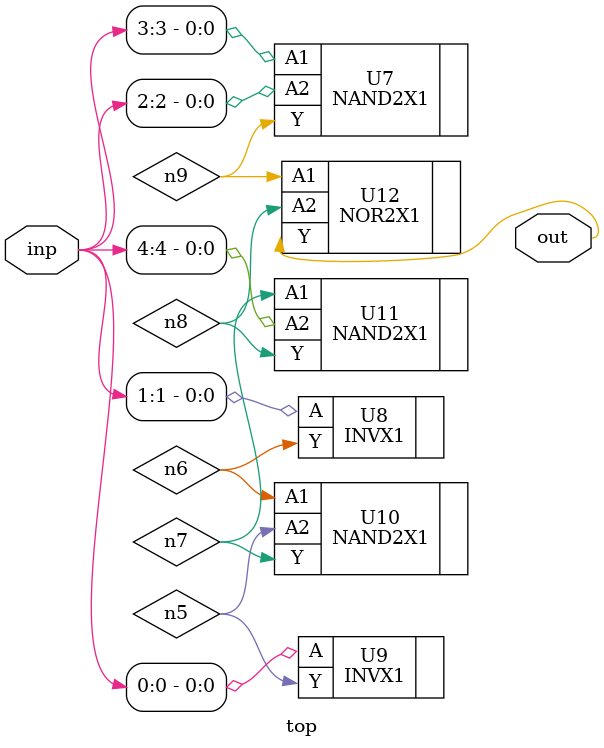
<source format=sv>


module top ( inp, out );
  input [4:0] inp;
  output out;
  wire   n5, n6, n7, n8, n9;

  NAND2X1 U7 ( .A1(inp[3]), .A2(inp[2]), .Y(n9) );
  INVX1 U8 ( .A(inp[1]), .Y(n6) );
  INVX1 U9 ( .A(inp[0]), .Y(n5) );
  NAND2X1 U10 ( .A1(n6), .A2(n5), .Y(n7) );
  NAND2X1 U11 ( .A1(n7), .A2(inp[4]), .Y(n8) );
  NOR2X1 U12 ( .A1(n9), .A2(n8), .Y(out) );
endmodule


</source>
